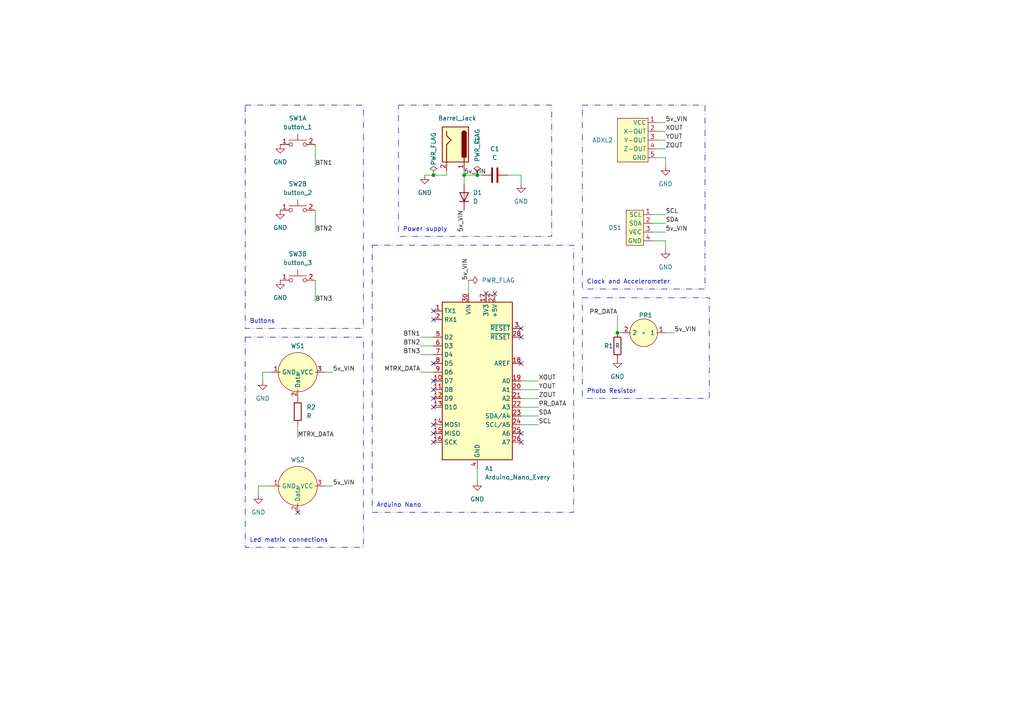
<source format=kicad_sch>
(kicad_sch (version 20230121) (generator eeschema)
  (paper "A4")
  (title_block (title "Binary Clock") (date "2024-01-12") (rev "1.0") (company "Kasari Inc"))
  (lib_symbols
    (symbol "Connector:Barrel_Jack" (pin_names (offset 1.016))
      (property "Reference" "J" (at 0 5.334 0))
      (property "Value" "Barrel_Jack" (at 0 -5.08 0))
      (symbol "Barrel_Jack_0_1"
        (rectangle (start -5.08 3.81) (end 5.08 -3.81) (stroke (width 0.254)) (fill (type background)))
        (arc (start -3.302 3.175) (mid -3.9343 2.54) (end -3.302 1.905) (stroke (width 0.254)))
        (arc (start -3.302 3.175) (mid -3.9343 2.54) (end -3.302 1.905) (stroke (width 0.254)) (fill (type outline)))
        (polyline (pts (xy 5.08 2.54) (xy 3.81 2.54)) (stroke (width 0.254)))
        (polyline (pts (xy -3.81 -2.54) (xy -2.54 -2.54) (xy -1.27 -1.27) (xy 0 -2.54) (xy 2.54 -2.54) (xy 5.08 -2.54)) (stroke (width 0.254)))
        (rectangle (start 3.683 3.175) (end -3.302 1.905) (stroke (width 0.254)) (fill (type outline)))
      )
      (symbol "Barrel_Jack_1_1"
        (pin passive line (at 7.62 2.54 180) (length 2.54) (name "~") (number "1"))
        (pin passive line (at 7.62 -2.54 180) (length 2.54) (name "~") (number "2"))
      )
    )
    (symbol "Device:C" (pin_numbers hide) (pin_names (offset 0.254))
      (property "Reference" "C" (at 0.635 2.54 0))
      (property "Value" "C" (at 0.635 -2.54 0))
      (symbol "C_0_1"
        (polyline (pts (xy -2.032 -0.762) (xy 2.032 -0.762)) (stroke (width 0.508)))
        (polyline (pts (xy -2.032 0.762) (xy 2.032 0.762)) (stroke (width 0.508)))
      )
      (symbol "C_1_1"
        (pin passive line (at 0 3.81 270) (length 2.794) (name "~") (number "1"))
        (pin passive line (at 0 -3.81 90) (length 2.794) (name "~") (number "2"))
      )
    )
    (symbol "Device:D" (pin_numbers hide) (pin_names (offset 1.016) hide)
      (property "Reference" "D" (at 0 2.54 0))
      (property "Value" "D" (at 0 -2.54 0))
      (symbol "D_0_1"
        (polyline (pts (xy -1.27 1.27) (xy -1.27 -1.27)) (stroke (width 0.254)))
        (polyline (pts (xy 1.27 0) (xy -1.27 0)))
        (polyline (pts (xy 1.27 1.27) (xy 1.27 -1.27) (xy -1.27 0) (xy 1.27 1.27)) (stroke (width 0.254)))
      )
      (symbol "D_1_1"
        (pin passive line (at -3.81 0 0) (length 2.54) (name "K") (number "1"))
        (pin passive line (at 3.81 0 180) (length 2.54) (name "A") (number "2"))
      )
    )
    (symbol "Device:R" (pin_numbers hide) (pin_names (offset 0))
      (property "Reference" "R" (at 2.032 0 90))
      (property "Value" "R" (at 0 0 90))
      (symbol "R_0_1"
        (rectangle (start -1.016 -2.54) (end 1.016 2.54) (stroke (width 0.254)))
      )
      (symbol "R_1_1"
        (pin passive line (at 0 3.81 270) (length 1.27) (name "~") (number "1"))
        (pin passive line (at 0 -3.81 90) (length 1.27) (name "~") (number "2"))
      )
    )
    (symbol "MCU_Module:Arduino_Nano_Every"
      (property "Reference" "A" (at -10.16 23.495 0))
      (property "Value" "Arduino_Nano_Every" (at 5.08 -24.13 0))
      (symbol "Arduino_Nano_Every_0_1"
        (rectangle (start -10.16 22.86) (end 10.16 -22.86) (stroke (width 0.254)) (fill (type background)))
      )
      (symbol "Arduino_Nano_Every_1_1"
        (pin bidirectional line (at -12.7 20.32 0) (length 2.54) (name "TX1") (number "1"))
        (pin bidirectional line (at -12.7 0 0) (length 2.54) (name "D7") (number "10"))
        (pin bidirectional line (at -12.7 -2.54 0) (length 2.54) (name "D8") (number "11"))
        (pin bidirectional line (at -12.7 -5.08 0) (length 2.54) (name "D9") (number "12"))
        (pin bidirectional line (at -12.7 -7.62 0) (length 2.54) (name "D10") (number "13"))
        (pin bidirectional line (at -12.7 -12.7 0) (length 2.54) (name "MOSI") (number "14"))
        (pin bidirectional line (at -12.7 -15.24 0) (length 2.54) (name "MISO") (number "15"))
        (pin bidirectional line (at -12.7 -17.78 0) (length 2.54) (name "SCK") (number "16"))
        (pin power_out line (at 2.54 25.4 270) (length 2.54) (name "3V3") (number "17"))
        (pin input line (at 12.7 5.08 180) (length 2.54) (name "AREF") (number "18"))
        (pin bidirectional line (at 12.7 0 180) (length 2.54) (name "A0") (number "19"))
        (pin bidirectional line (at -12.7 17.78 0) (length 2.54) (name "RX1") (number "2"))
        (pin bidirectional line (at 12.7 -2.54 180) (length 2.54) (name "A1") (number "20"))
        (pin bidirectional line (at 12.7 -5.08 180) (length 2.54) (name "A2") (number "21"))
        (pin bidirectional line (at 12.7 -7.62 180) (length 2.54) (name "A3") (number "22"))
        (pin bidirectional line (at 12.7 -10.16 180) (length 2.54) (name "SDA/A4") (number "23"))
        (pin bidirectional line (at 12.7 -12.7 180) (length 2.54) (name "SCL/A5") (number "24"))
        (pin bidirectional line (at 12.7 -15.24 180) (length 2.54) (name "A6") (number "25"))
        (pin bidirectional line (at 12.7 -17.78 180) (length 2.54) (name "A7") (number "26"))
        (pin power_out line (at 5.08 25.4 270) (length 2.54) (name "+5V") (number "27"))
        (pin input line (at 12.7 12.7 180) (length 2.54) (name "~{RESET}") (number "28"))
        (pin passive line (at 0 -25.4 90) (length 2.54) hide (name "GND") (number "29"))
        (pin input line (at 12.7 15.24 180) (length 2.54) (name "~{RESET}") (number "3"))
        (pin power_in line (at -2.54 25.4 270) (length 2.54) (name "VIN") (number "30"))
        (pin power_in line (at 0 -25.4 90) (length 2.54) (name "GND") (number "4"))
        (pin bidirectional line (at -12.7 12.7 0) (length 2.54) (name "D2") (number "5"))
        (pin bidirectional line (at -12.7 10.16 0) (length 2.54) (name "D3") (number "6"))
        (pin bidirectional line (at -12.7 7.62 0) (length 2.54) (name "D4") (number "7"))
        (pin bidirectional line (at -12.7 5.08 0) (length 2.54) (name "D5") (number "8"))
        (pin bidirectional line (at -12.7 2.54 0) (length 2.54) (name "D6") (number "9"))
      )
    )
    (symbol "SW_Push_Dual_x2_1" (pin_names (offset 1.016) hide)
      (property "Reference" "SW2" (at 0 7.62 0))
      (property "Value" "button_2" (at 0 5.08 0))
      (symbol "SW_Push_Dual_x2_1_0_1"
        (circle (center -2.032 0) (radius 0.508))
        (polyline (pts (xy 0 1.27) (xy 0 3.048)))
        (polyline (pts (xy 2.54 1.27) (xy -2.54 1.27)))
        (circle (center 2.032 0) (radius 0.508))
      )
      (symbol "SW_Push_Dual_x2_1_1_1"
        (pin passive line (at -5.08 0 0) (length 2.54) (name "1") (number "1"))
        (pin passive line (at 5.08 0 180) (length 2.54) (name "2") (number "2"))
      )
      (symbol "SW_Push_Dual_x2_1_2_1"
        (pin passive line (at -5.08 0 0) (length 2.54) (name "1") (number "1"))
        (pin passive line (at 5.08 0 180) (length 2.54) (name "2") (number "2"))
      )
    )
    (symbol "SW_Push_Dual_x2_2" (pin_names (offset 1.016) hide)
      (property "Reference" "SW3" (at 0 7.62 0))
      (property "Value" "button_3" (at 0 5.08 0))
      (symbol "SW_Push_Dual_x2_2_0_1"
        (circle (center -2.032 0) (radius 0.508))
        (polyline (pts (xy 0 1.27) (xy 0 3.048)))
        (polyline (pts (xy 2.54 1.27) (xy -2.54 1.27)))
        (circle (center 2.032 0) (radius 0.508))
      )
      (symbol "SW_Push_Dual_x2_2_1_1"
        (pin passive line (at -5.08 0 0) (length 2.54) (name "1") (number "1"))
        (pin passive line (at 5.08 0 180) (length 2.54) (name "2") (number "2"))
      )
      (symbol "SW_Push_Dual_x2_2_2_1"
        (pin passive line (at -5.08 0 0) (length 2.54) (name "1") (number "1"))
        (pin passive line (at 5.08 0 180) (length 2.54) (name "2") (number "2"))
      )
    )
    (symbol "Switch:SW_Push_Dual_x2" (pin_names (offset 1.016) hide)
      (property "Reference" "SW" (at 1.27 2.54 0))
      (property "Value" "SW_Push_Dual_x2" (at 0 -1.524 0))
      (symbol "SW_Push_Dual_x2_0_1"
        (circle (center -2.032 0) (radius 0.508))
        (polyline (pts (xy 0 1.27) (xy 0 3.048)))
        (polyline (pts (xy 2.54 1.27) (xy -2.54 1.27)))
        (circle (center 2.032 0) (radius 0.508))
      )
      (symbol "SW_Push_Dual_x2_1_1"
        (pin passive line (at -5.08 0 0) (length 2.54) (name "C") (number "1"))
        (pin passive line (at 5.08 0 180) (length 2.54) (name "D") (number "2"))
      )
      (symbol "SW_Push_Dual_x2_2_1"
        (pin passive line (at -5.08 0 0) (length 2.54) (name "C") (number "3"))
        (pin passive line (at 5.08 0 180) (length 2.54) (name "D") (number "4"))
      )
    )
    (symbol "power:GND" (power) (pin_names (offset 0))
      (property "Value" "GND" (at 0 -3.81 0))
      (symbol "GND_0_1"
        (polyline (pts (xy 0 0) (xy 0 -1.27) (xy 1.27 -1.27) (xy 0 -2.54) (xy -1.27 -1.27) (xy 0 -1.27)))
      )
      (symbol "GND_1_1"
        (pin power_in line (at 0 0 270) (length 0) hide (name "GND") (number "1"))
      )
    )
    (symbol "power:PWR_FLAG" (power) (pin_numbers hide) (pin_names (offset 0) hide)
      (property "Value" "PWR_FLAG" (at 0 3.81 0))
      (symbol "PWR_FLAG_0_0"
        (pin power_out line (at 0 0 90) (length 0) (name "pwr") (number "1"))
      )
      (symbol "PWR_FLAG_0_1"
        (polyline (pts (xy 0 0) (xy 0 1.27) (xy -1.016 1.905) (xy 0 2.54) (xy 1.016 1.905) (xy 0 1.27)))
      )
    )
    (symbol "system_boards:ADXL335"
      (property "Reference" "ADXL335" (at 0 7.62 0))
      (symbol "ADXL335_1_1"
        (rectangle (start -5.08 6.35) (end 3.81 -6.35) (fill (type background)))
        (pin input line (at 6.35 5.08 180) (length 2.54) (name "VCC") (number "1"))
        (pin output line (at 6.35 2.54 180) (length 2.54) (name "X-OUT") (number "2"))
        (pin output line (at 6.35 0 180) (length 2.54) (name "Y-OUT") (number "3"))
        (pin output line (at 6.35 -2.54 180) (length 2.54) (name "Z-OUT") (number "4"))
        (pin input line (at 6.35 -5.08 180) (length 2.54) (name "GND") (number "5"))
      )
    )
    (symbol "system_boards:DS3231"
      (property "Reference" "DS3231" (at 0 6.35 0))
      (symbol "DS3231_1_1"
        (rectangle (start -2.54 5.08) (end 2.54 -5.08) (fill (type background)))
        (pin bidirectional line (at 5.08 3.81 180) (length 2.54) (name "SCL") (number "1"))
        (pin bidirectional line (at 5.08 1.27 180) (length 2.54) (name "SDA") (number "2"))
        (pin input line (at 5.08 -1.27 180) (length 2.54) (name "VCC") (number "3"))
        (pin input line (at 5.08 -3.81 180) (length 2.54) (name "GND") (number "4"))
      )
    )
    (symbol "system_boards:PHOTO_RESISTOR"
      (property "Reference" "PR" (at 0 5.08 0))
      (symbol "PHOTO_RESISTOR_1_1"
        (circle (center 0 0) (radius 4.0161) (fill (type background)))
        (pin input line (at 6.35 0 180) (length 2.54) (name "1") (number "1"))
        (pin input line (at -6.35 0 0) (length 2.54) (name "2") (number "2"))
      )
    )
    (symbol "system_boards:WS2812"
      (property "Reference" "WS2812" (at 0 7.62 0))
      (symbol "WS2812_1_1"
        (circle (center 0 0) (radius 5.6796) (fill (type background)))
        (pin input line (at -7.62 0 0) (length 2.54) (name "GND") (number "1"))
        (pin input line (at 0 -7.62 90) (length 2.54) (name "Data") (number "2"))
        (pin input line (at 7.62 0 180) (length 2.54) (name "VCC") (number "3"))
      )
    )
  )
  (junction (at 138.43 50.8))
  (junction (at 179.07 96.52))
  (junction (at 125.73 50.8))
  (junction (at 134.62 50.8))
  (no_connect (at 151.13 95.25))
  (no_connect (at 86.36 148.59))
  (no_connect (at 151.13 105.41))
  (no_connect (at 125.73 105.41))
  (no_connect (at 125.73 125.73))
  (no_connect (at 143.51 85.09))
  (no_connect (at 125.73 118.11))
  (no_connect (at 151.13 128.27))
  (no_connect (at 125.73 110.49))
  (no_connect (at 151.13 125.73))
  (no_connect (at 125.73 128.27))
  (no_connect (at 125.73 115.57))
  (no_connect (at 151.13 97.79))
  (no_connect (at 125.73 113.03))
  (no_connect (at 125.73 123.19))
  (no_connect (at 140.97 85.09))
  (no_connect (at 125.73 90.17))
  (no_connect (at 125.73 92.71))
  (wire (pts (xy 91.44 41.91) (xy 91.44 48.26)))
  (wire (pts (xy 121.92 100.33) (xy 125.73 100.33)))
  (wire (pts (xy 151.13 123.19) (xy 156.21 123.19)))
  (wire (pts (xy 151.13 115.57) (xy 156.21 115.57)))
  (wire (pts (xy 193.04 64.77) (xy 189.23 64.77)))
  (wire (pts (xy 134.62 50.8) (xy 138.43 50.8)))
  (wire (pts (xy 129.54 50.8) (xy 125.73 50.8)))
  (wire (pts (xy 93.98 140.97) (xy 96.52 140.97)))
  (wire (pts (xy 193.04 48.26) (xy 193.04 45.72)))
  (wire (pts (xy 91.44 81.28) (xy 91.44 87.63)))
  (wire (pts (xy 129.54 49.53) (xy 129.54 50.8)))
  (wire (pts (xy 151.13 110.49) (xy 156.21 110.49)))
  (wire (pts (xy 138.43 50.8) (xy 139.7 50.8)))
  (wire (pts (xy 151.13 120.65) (xy 156.21 120.65)))
  (wire (pts (xy 74.93 140.97) (xy 74.93 143.51)))
  (wire (pts (xy 189.23 69.85) (xy 193.04 69.85)))
  (wire (pts (xy 121.92 102.87) (xy 125.73 102.87)))
  (wire (pts (xy 193.04 62.23) (xy 189.23 62.23)))
  (wire (pts (xy 151.13 118.11) (xy 156.21 118.11)))
  (wire (pts (xy 121.92 97.79) (xy 125.73 97.79)))
  (wire (pts (xy 78.74 140.97) (xy 74.93 140.97)))
  (wire (pts (xy 76.2 107.95) (xy 78.74 107.95)))
  (wire (pts (xy 151.13 53.34) (xy 151.13 50.8)))
  (wire (pts (xy 151.13 113.03) (xy 156.21 113.03)))
  (wire (pts (xy 151.13 50.8) (xy 147.32 50.8)))
  (wire (pts (xy 91.44 60.96) (xy 91.44 67.31)))
  (wire (pts (xy 138.43 135.89) (xy 138.43 139.7)))
  (wire (pts (xy 93.98 107.95) (xy 96.52 107.95)))
  (wire (pts (xy 193.04 43.18) (xy 190.5 43.18)))
  (wire (pts (xy 134.62 49.53) (xy 134.62 50.8)))
  (wire (pts (xy 195.58 96.52) (xy 193.04 96.52)))
  (wire (pts (xy 179.07 91.44) (xy 179.07 96.52)))
  (wire (pts (xy 135.89 81.28) (xy 135.89 85.09)))
  (wire (pts (xy 193.04 35.56) (xy 190.5 35.56)))
  (wire (pts (xy 193.04 45.72) (xy 190.5 45.72)))
  (wire (pts (xy 125.73 50.8) (xy 123.19 50.8)))
  (wire (pts (xy 86.36 123.19) (xy 86.36 127)))
  (wire (pts (xy 193.04 69.85) (xy 193.04 72.39)))
  (wire (pts (xy 180.34 96.52) (xy 179.07 96.52)))
  (wire (pts (xy 76.2 110.49) (xy 76.2 107.95)))
  (wire (pts (xy 121.92 107.95) (xy 125.73 107.95)))
  (wire (pts (xy 193.04 67.31) (xy 189.23 67.31)))
  (wire (pts (xy 193.04 40.64) (xy 190.5 40.64)))
  (wire (pts (xy 134.62 50.8) (xy 134.62 53.34)))
  (wire (pts (xy 193.04 38.1) (xy 190.5 38.1)))
  (rectangle (start 107.95 71.12) (end 166.37 148.59) (stroke (width 0) (type dash_dot_dot)))
  (rectangle (start 168.91 30.48) (end 204.47 83.82) (stroke (width 0) (type dash_dot_dot)))
  (rectangle (start 115.57 30.48) (end 160.02 68.58) (stroke (width 0) (type dash_dot_dot)))
  (rectangle (start 71.12 30.48) (end 105.41 95.25) (stroke (width 0) (type dash_dot_dot)))
  (rectangle (start 71.12 97.79) (end 105.41 158.75) (stroke (width 0) (type dash_dot_dot)))
  (rectangle (start 168.91 86.36) (end 205.74 115.57) (stroke (width 0) (type dash_dot_dot)))
  (text "Clock and Accelerometer " (at 170.18 82.55 0) (effects (font (size 1.27 1.27)) (justify left bottom)))
  (text "Led matrix connections" (at 72.39 157.48 0) (effects (font (size 1.27 1.27)) (justify left bottom)))
  (text "Buttons" (at 72.39 93.98 0) (effects (font (size 1.27 1.27)) (justify left bottom)))
  (text "Photo Resistor" (at 170.18 114.3 0) (effects (font (size 1.27 1.27)) (justify left bottom)))
  (text "Arduino Nano" (at 109.22 147.32 0) (effects (font (size 1.27 1.27)) (justify left bottom)))
  (text "Power supply" (at 116.84 67.31 0) (effects (font (size 1.27 1.27)) (justify left bottom)))
  (label "5v_VIN" (at 135.89 81.28 90))
  (label "5v_VIN" (at 134.62 60.96 270))
  (label "5v_VIN" (at 96.52 140.97 0))
  (label "PR_DATA" (at 179.07 91.44 180))
  (label "BTN2" (at 121.92 100.33 180))
  (label "PR_DATA" (at 156.21 118.11 0))
  (label "BTN1" (at 121.92 97.79 180))
  (label "ZOUT" (at 156.21 115.57 0))
  (label "5v_VIN" (at 193.04 35.56 0))
  (label "BTN1" (at 91.44 48.26 0))
  (label "BTN3" (at 121.92 102.87 180))
  (label "ZOUT" (at 193.04 43.18 0))
  (label "XOUT" (at 193.04 38.1 0))
  (label "MTRX_DATA" (at 121.92 107.95 180))
  (label "XOUT" (at 156.21 110.49 0))
  (label "5v_VIN" (at 193.04 67.31 0))
  (label "YOUT" (at 156.21 113.03 0))
  (label "SCL" (at 156.21 123.19 0))
  (label "SDA" (at 193.04 64.77 0))
  (label "SCL" (at 193.04 62.23 0))
  (label "5v_VIN" (at 96.52 107.95 0))
  (label "YOUT" (at 193.04 40.64 0))
  (label "SDA" (at 156.21 120.65 0))
  (label "BTN2" (at 91.44 67.31 0))
  (label "5v_VIN" (at 134.62 50.8 0))
  (label "5v_VIN" (at 195.58 96.52 0))
  (label "BTN3" (at 91.44 87.63 0))
  (label "MTRX_DATA" (at 86.36 127 0))
  (symbol (lib_id "system_boards:DS3231") (at 184.15 66.04 0) (unit 1)
    (property "Reference" "DS1" (at 180.34 66.04 0) (effects (justify right)))
    (property "Value" "~" (at 184.15 67.31 0))
    (property "Footprint" "system_boards:D3231" (effects hide))
  )
  (symbol (lib_id "system_boards:WS2812") (at 86.36 140.97 0) (unit 1)
    (property "Reference" "WS2" (at 86.36 133.35 0))
    (property "Value" "~" (at 86.36 140.97 0))
    (property "Footprint" "system_boards:WS2812_matrix" (effects hide))
  )
  (symbol (lib_name "SW_Push_Dual_x2_1") (lib_id "Switch:SW_Push_Dual_x2") (at 86.36 60.96 0) (unit 2)
    (property "Reference" "SW2" (at 86.36 53.34 0))
    (property "Value" "button_2" (at 86.36 55.88 0))
    (property "Footprint" "system_boards:double_solder_pad" (effects hide))
  )
  (symbol (lib_id "MCU_Module:Arduino_Nano_Every") (at 138.43 110.49 0) (unit 1)
    (property "Reference" "A1" (at 140.6241 135.89 0) (effects (justify left)))
    (property "Value" "Arduino_Nano_Every" (at 140.6241 138.43 0) (effects (justify left)))
    (property "Footprint" "Module:Arduino_Nano" (effects hide))
    (property "Datasheet" "https://content.arduino.cc/assets/NANOEveryV3.0_sch.pdf" (effects hide))
  )
  (symbol (lib_id "power:GND") (at 76.2 110.49 0) (unit 1)
    (property "Reference" "#PWR08" (effects hide))
    (property "Value" "GND" (at 76.2 115.57 0))
  )
  (symbol (lib_name "SW_Push_Dual_x2_2") (lib_id "Switch:SW_Push_Dual_x2") (at 86.36 81.28 0) (unit 2)
    (property "Reference" "SW3" (at 86.36 73.66 0))
    (property "Value" "button_3" (at 86.36 76.2 0))
    (property "Footprint" "system_boards:double_solder_pad" (effects hide))
  )
  (symbol (lib_id "power:PWR_FLAG") (at 135.89 81.28 270) (unit 1)
    (property "Reference" "#FLG03" (effects hide))
    (property "Value" "PWR_FLAG" (at 139.7 81.28 90) (effects (justify left)))
  )
  (symbol (lib_id "Device:R") (at 86.36 119.38 180) (unit 1)
    (property "Reference" "R2" (at 88.9 118.11 0) (effects (justify right)))
    (property "Value" "R" (at 88.9 120.65 0) (effects (justify right)))
    (property "Footprint" "Resistor_THT:R_Axial_DIN0309_L9.0mm_D3.2mm_P12.70mm_Horizontal" (effects hide))
  )
  (symbol (lib_id "power:GND") (at 81.28 60.96 0) (unit 1)
    (property "Reference" "#PWR06" (effects hide))
    (property "Value" "GND" (at 81.28 66.04 0))
  )
  (symbol (lib_id "power:GND") (at 179.07 104.14 0) (unit 1)
    (property "Reference" "#PWR04" (effects hide))
    (property "Value" "GND" (at 179.07 109.22 0))
  )
  (symbol (lib_id "system_boards:ADXL335") (at 184.15 40.64 0) (unit 1)
    (property "Reference" "ADXL2" (at 177.8 40.64 0) (effects (justify right)))
    (property "Value" "~" (at 185.42 38.1 0))
    (property "Footprint" "system_boards:ADXL3335" (effects hide))
  )
  (symbol (lib_id "Device:C") (at 143.51 50.8 90) (unit 1)
    (property "Reference" "C1" (at 143.51 43.18 90))
    (property "Value" "C" (at 143.51 45.72 90))
    (property "Footprint" "Capacitor_THT:CP_Radial_D10.0mm_P5.00mm" (effects hide))
  )
  (symbol (lib_id "power:GND") (at 193.04 48.26 0) (unit 1)
    (property "Reference" "#PWR02" (effects hide))
    (property "Value" "GND" (at 193.04 53.34 0))
  )
  (symbol (lib_id "Switch:SW_Push_Dual_x2") (at 86.36 41.91 0) (unit 1)
    (property "Reference" "SW1" (at 86.36 34.29 0))
    (property "Value" "button_1" (at 86.36 36.83 0))
    (property "Footprint" "system_boards:double_solder_pad" (effects hide))
  )
  (symbol (lib_id "power:GND") (at 74.93 143.51 0) (unit 1)
    (property "Reference" "#PWR012" (effects hide))
    (property "Value" "GND" (at 74.93 148.59 0))
  )
  (symbol (lib_id "Device:D") (at 134.62 57.15 90) (unit 1)
    (property "Reference" "D1" (at 137.16 55.88 90) (effects (justify right)))
    (property "Value" "D" (at 137.16 58.42 90) (effects (justify right)))
    (property "Footprint" "Diode_THT:D_DO-15_P12.70mm_Horizontal" (effects hide))
    (property "Sim.Device" "D" (effects hide))
    (property "Sim.Pins" "1=K 2=A" (effects hide))
  )
  (symbol (lib_id "power:GND") (at 151.13 53.34 0) (unit 1)
    (property "Reference" "#PWR011" (effects hide))
    (property "Value" "GND" (at 151.13 58.42 0))
  )
  (symbol (lib_id "power:PWR_FLAG") (at 125.73 50.8 0) (unit 1)
    (property "Reference" "#FLG02" (effects hide))
    (property "Value" "PWR_FLAG" (at 125.73 43.18 90))
  )
  (symbol (lib_id "system_boards:PHOTO_RESISTOR") (at 186.69 96.52 0) (unit 1)
    (property "Reference" "PR1" (at 189.23 91.44 0) (effects (justify right)))
    (property "Value" "~" (at 186.69 96.52 0))
    (property "Footprint" "system_boards:double_solder_pad" (effects hide))
  )
  (symbol (lib_id "power:PWR_FLAG") (at 138.43 50.8 0) (unit 1)
    (property "Reference" "#FLG01" (effects hide))
    (property "Value" "PWR_FLAG" (at 138.43 46.99 90) (effects (justify left)))
  )
  (symbol (lib_id "Connector:Barrel_Jack") (at 132.08 41.91 270) (unit 1)
    (property "Reference" "J1" (at 137.16 40.64 90) (effects (justify left)))
    (property "Value" "Barrel_Jack" (at 127 34.29 90) (effects (justify left)))
    (property "Footprint" "Connector_BarrelJack:BarrelJack_Horizontal" (effects hide))
  )
  (symbol (lib_id "power:GND") (at 123.19 50.8 0) (unit 1)
    (property "Reference" "#PWR010" (effects hide))
    (property "Value" "GND" (at 123.19 55.88 0))
  )
  (symbol (lib_id "system_boards:WS2812") (at 86.36 107.95 0) (unit 1)
    (property "Reference" "WS1" (at 86.36 100.33 0))
    (property "Value" "~" (at 86.36 107.95 0))
    (property "Footprint" "system_boards:WS2812_matrix" (effects hide))
  )
  (symbol (lib_id "power:GND") (at 81.28 81.28 0) (unit 1)
    (property "Reference" "#PWR07" (effects hide))
    (property "Value" "GND" (at 81.28 86.36 0))
  )
  (symbol (lib_id "power:GND") (at 193.04 72.39 0) (unit 1)
    (property "Reference" "#PWR01" (effects hide))
    (property "Value" "GND" (at 193.04 77.47 0))
  )
  (symbol (lib_id "power:GND") (at 81.28 41.91 0) (unit 1)
    (property "Reference" "#PWR05" (effects hide))
    (property "Value" "GND" (at 81.28 46.99 0))
  )
  (symbol (lib_id "power:GND") (at 138.43 139.7 0) (unit 1)
    (property "Reference" "#PWR03" (effects hide))
    (property "Value" "GND" (at 138.43 144.78 0))
  )
  (symbol (lib_id "Device:R") (at 179.07 100.33 0) (unit 1)
    (property "Reference" "R1" (at 176.53 100.33 0))
    (property "Value" "R" (at 179.07 100.33 0))
    (property "Footprint" "Resistor_THT:R_Axial_DIN0309_L9.0mm_D3.2mm_P12.70mm_Horizontal" (effects hide))
  )
)
</source>
